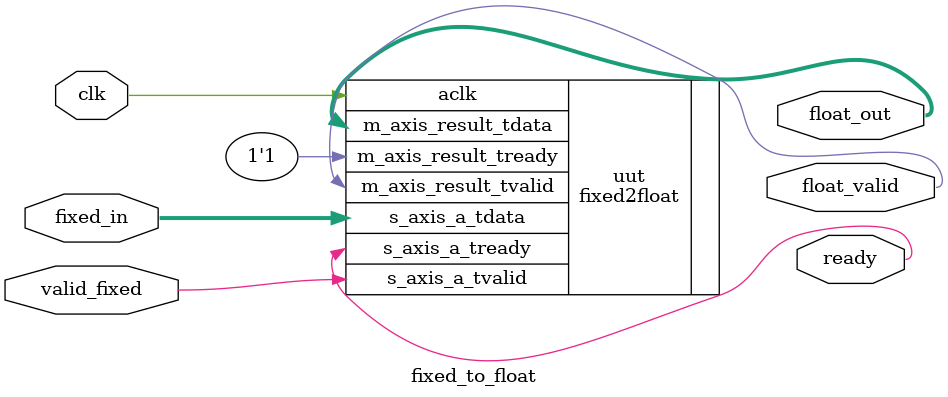
<source format=v>
`timescale 1ns / 1ps


module fixed_to_float(
         input  wire        clk,
         input  wire        valid_fixed,
         input  wire [15:0] fixed_in,
         output wire [31:0] float_out,
         output wire        float_valid,
         output wire        ready
    );
    
    
    fixed2float uut(
          .aclk(clk),
          .s_axis_a_tvalid(valid_fixed),
          .s_axis_a_tready(ready),
          .s_axis_a_tdata(fixed_in),
          .m_axis_result_tvalid(float_valid),
          .m_axis_result_tready(1'b1),
          .m_axis_result_tdata(float_out)
    );
    
    
endmodule

</source>
